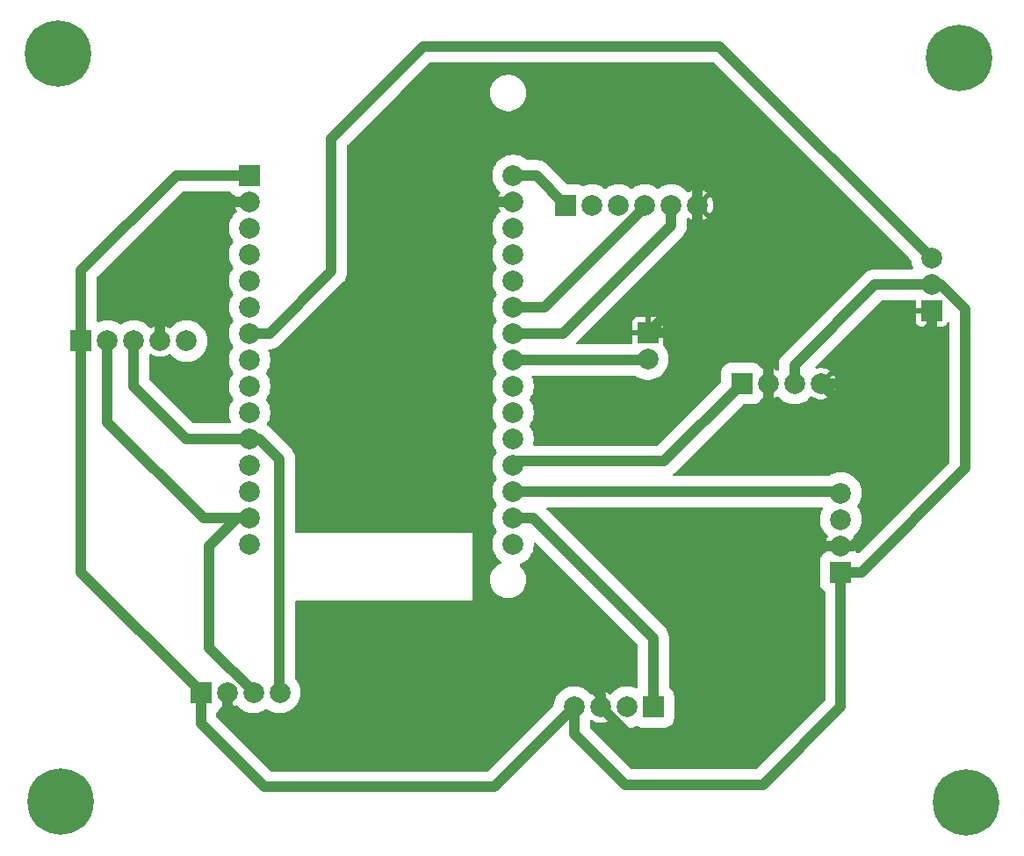
<source format=gbl>
%TF.GenerationSoftware,KiCad,Pcbnew,9.0.4*%
%TF.CreationDate,2025-11-06T19:22:31+05:30*%
%TF.ProjectId,projectxxxxxxx,70726f6a-6563-4747-9878-78787878782e,rev?*%
%TF.SameCoordinates,Original*%
%TF.FileFunction,Copper,L2,Bot*%
%TF.FilePolarity,Positive*%
%FSLAX46Y46*%
G04 Gerber Fmt 4.6, Leading zero omitted, Abs format (unit mm)*
G04 Created by KiCad (PCBNEW 9.0.4) date 2025-11-06 19:22:31*
%MOMM*%
%LPD*%
G01*
G04 APERTURE LIST*
%TA.AperFunction,ComponentPad*%
%ADD10C,2.000000*%
%TD*%
%TA.AperFunction,ComponentPad*%
%ADD11R,2.000000X2.000000*%
%TD*%
%TA.AperFunction,ComponentPad*%
%ADD12C,6.400000*%
%TD*%
%TA.AperFunction,Conductor*%
%ADD13C,1.000000*%
%TD*%
G04 APERTURE END LIST*
D10*
%TO.P,buzzer1,2,Pin_2*%
%TO.N,Net-(U1-D25)*%
X116000000Y-87140000D03*
D11*
%TO.P,buzzer1,1,Pin_1*%
%TO.N,GND*%
X116000000Y-84600000D03*
%TD*%
D12*
%TO.P,REF\u002A\u002A,1*%
%TO.N,N/C*%
X59100000Y-57700000D03*
%TD*%
%TO.P,REF\u002A\u002A,1*%
%TO.N,N/C*%
X146000000Y-58100000D03*
%TD*%
D11*
%TO.P,Gas,1,Pin_1*%
%TO.N,VCC*%
X134600000Y-107680000D03*
D10*
%TO.P,Gas,2,Pin_2*%
%TO.N,GND*%
X134600000Y-105140000D03*
%TO.P,Gas,3,Pin_3*%
%TO.N,unconnected-(J1-Pin_3-Pad3)*%
X134600000Y-102600000D03*
%TO.P,Gas,4,Pin_4*%
%TO.N,Net-(J1-Pin_4)*%
X134600000Y-100060000D03*
%TD*%
D11*
%TO.P,Lightsensor1,1,Pin_1*%
%TO.N,VCC*%
X61380000Y-85400000D03*
D10*
%TO.P,Lightsensor1,2,Pin_2*%
%TO.N,Net-(Lightsensor1-Pin_2)*%
X63920000Y-85400000D03*
%TO.P,Lightsensor1,3,Pin_3*%
%TO.N,Net-(Lightsensor1-Pin_3)*%
X66460000Y-85400000D03*
%TO.P,Lightsensor1,4,Pin_4*%
%TO.N,GND*%
X69000000Y-85400000D03*
%TO.P,Lightsensor1,5,Pin_5*%
%TO.N,unconnected-(Lightsensor1-Pin_5-Pad5)*%
X71540000Y-85400000D03*
%TD*%
D11*
%TO.P,soilmoisture1,1,Pin_1*%
%TO.N,Net-(U1-VP)*%
X116540000Y-120700000D03*
D10*
%TO.P,soilmoisture1,2,Pin_2*%
%TO.N,unconnected-(soilmoisture1-Pin_2-Pad2)*%
X114000000Y-120700000D03*
%TO.P,soilmoisture1,3,Pin_3*%
%TO.N,GND*%
X111460000Y-120700000D03*
%TO.P,soilmoisture1,4,Pin_4*%
%TO.N,VCC*%
X108920000Y-120700000D03*
%TD*%
D11*
%TO.P,U1,1,3V3*%
%TO.N,VCC*%
X77615000Y-69440000D03*
D10*
%TO.P,U1,2,GND*%
%TO.N,GND*%
X77615000Y-71980000D03*
%TO.P,U1,3,D15*%
%TO.N,unconnected-(U1-D15-Pad3)*%
X77615000Y-74520000D03*
%TO.P,U1,4,D2*%
%TO.N,unconnected-(U1-D2-Pad4)*%
X77615000Y-77060000D03*
%TO.P,U1,5,D4*%
%TO.N,unconnected-(U1-D4-Pad5)*%
X77615000Y-79600000D03*
%TO.P,U1,6,RX2*%
%TO.N,unconnected-(U1-RX2-Pad6)*%
X77615000Y-82140000D03*
%TO.P,U1,7,TX2*%
%TO.N,Net-(DHT22-Pin_3)*%
X77615000Y-84680000D03*
%TO.P,U1,8,D5*%
%TO.N,unconnected-(U1-D5-Pad8)*%
X77615000Y-87220000D03*
%TO.P,U1,9,D18*%
%TO.N,unconnected-(U1-D18-Pad9)*%
X77615000Y-89760000D03*
%TO.P,U1,10,D19*%
%TO.N,unconnected-(U1-D19-Pad10)*%
X77615000Y-92300000D03*
%TO.P,U1,11,D21*%
%TO.N,Net-(Lightsensor1-Pin_3)*%
X77615000Y-94840000D03*
%TO.P,U1,12,RX0*%
%TO.N,unconnected-(U1-RX0-Pad12)*%
X77615000Y-97380000D03*
%TO.P,U1,13,TX0*%
%TO.N,unconnected-(U1-TX0-Pad13)*%
X77615000Y-99920000D03*
%TO.P,U1,14,D22*%
%TO.N,Net-(Lightsensor1-Pin_2)*%
X77615000Y-102460000D03*
%TO.P,U1,15,D23*%
%TO.N,unconnected-(U1-D23-Pad15)*%
X77615000Y-105000000D03*
%TO.P,U1,16,EN*%
%TO.N,unconnected-(U1-EN-Pad16)*%
X103015000Y-105000000D03*
%TO.P,U1,17,VP*%
%TO.N,Net-(U1-VP)*%
X103015000Y-102460000D03*
%TO.P,U1,18,VN*%
%TO.N,Net-(J1-Pin_4)*%
X103015000Y-99920000D03*
%TO.P,U1,19,D34*%
%TO.N,Net-(J2-Pin_1)*%
X103015000Y-97380000D03*
%TO.P,U1,20,D35*%
%TO.N,unconnected-(U1-D35-Pad20)*%
X103015000Y-94840000D03*
%TO.P,U1,21,D32*%
%TO.N,unconnected-(U1-D32-Pad21)*%
X103015000Y-92300000D03*
%TO.P,U1,22,D33*%
%TO.N,unconnected-(U1-D33-Pad22)*%
X103015000Y-89760000D03*
%TO.P,U1,23,D25*%
%TO.N,Net-(U1-D25)*%
X103015000Y-87220000D03*
%TO.P,U1,24,D26*%
%TO.N,Net-(Relay1-Pin_5)*%
X103015000Y-84680000D03*
%TO.P,U1,25,D27*%
%TO.N,Net-(Relay1-Pin_4)*%
X103015000Y-82140000D03*
%TO.P,U1,26,D14*%
%TO.N,unconnected-(U1-D14-Pad26)*%
X103015000Y-79600000D03*
%TO.P,U1,27,D12*%
%TO.N,unconnected-(U1-D12-Pad27)*%
X103015000Y-77060000D03*
%TO.P,U1,28,D13*%
%TO.N,unconnected-(U1-D13-Pad28)*%
X103015000Y-74520000D03*
%TO.P,U1,29,GND*%
%TO.N,GND*%
X103015000Y-71980000D03*
%TO.P,U1,30,VIN*%
%TO.N,Net-(Relay1-Pin_1)*%
X103015000Y-69440000D03*
%TD*%
D12*
%TO.P,REF\u002A\u002A,1*%
%TO.N,N/C*%
X146700000Y-129900000D03*
%TD*%
D11*
%TO.P,DHT22,1,Pin_1*%
%TO.N,GND*%
X143375000Y-82525000D03*
D10*
%TO.P,DHT22,2,Pin_2*%
%TO.N,VCC*%
X143375000Y-79985000D03*
%TO.P,DHT22,3,Pin_3*%
%TO.N,Net-(DHT22-Pin_3)*%
X143375000Y-77445000D03*
%TD*%
D11*
%TO.P,OLED1,1,Pin_1*%
%TO.N,VCC*%
X72900000Y-119300000D03*
D10*
%TO.P,OLED1,2,Pin_2*%
%TO.N,GND*%
X75440000Y-119300000D03*
%TO.P,OLED1,3,Pin_3*%
%TO.N,Net-(Lightsensor1-Pin_2)*%
X77980000Y-119300000D03*
%TO.P,OLED1,4,Pin_4*%
%TO.N,Net-(Lightsensor1-Pin_3)*%
X80520000Y-119300000D03*
%TD*%
D11*
%TO.P,waterlevel,1,Pin_1*%
%TO.N,Net-(J2-Pin_1)*%
X125060000Y-89500000D03*
D10*
%TO.P,waterlevel,2,Pin_2*%
%TO.N,GND*%
X127600000Y-89500000D03*
%TO.P,waterlevel,3,Pin_3*%
%TO.N,VCC*%
X130140000Y-89500000D03*
%TO.P,waterlevel,4,Pin_4*%
%TO.N,GND*%
X132680000Y-89500000D03*
%TD*%
D12*
%TO.P,REF\u002A\u002A,1*%
%TO.N,N/C*%
X59400000Y-129800000D03*
%TD*%
D11*
%TO.P,Relay1,1,Pin_1*%
%TO.N,Net-(Relay1-Pin_1)*%
X108100000Y-72300000D03*
D10*
%TO.P,Relay1,2,Pin_2*%
%TO.N,unconnected-(Relay1-Pin_2-Pad2)*%
X110640000Y-72300000D03*
%TO.P,Relay1,3,Pin_3*%
%TO.N,unconnected-(Relay1-Pin_3-Pad3)*%
X113180000Y-72300000D03*
%TO.P,Relay1,4,Pin_4*%
%TO.N,Net-(Relay1-Pin_4)*%
X115720000Y-72300000D03*
%TO.P,Relay1,5,Pin_5*%
%TO.N,Net-(Relay1-Pin_5)*%
X118260000Y-72300000D03*
%TO.P,Relay1,6,Pin_6*%
%TO.N,GND*%
X120800000Y-72300000D03*
%TD*%
D13*
%TO.N,GND*%
X120800000Y-70300000D02*
X120800000Y-72300000D01*
X101000000Y-65500000D02*
X116000000Y-65500000D01*
X98300000Y-70500000D02*
X98300000Y-68200000D01*
X98300000Y-68200000D02*
X101000000Y-65500000D01*
X99780000Y-71980000D02*
X98300000Y-70500000D01*
X103015000Y-71980000D02*
X99780000Y-71980000D01*
X116000000Y-65500000D02*
X120800000Y-70300000D01*
X137800000Y-89500000D02*
X143375000Y-83925000D01*
X143375000Y-83925000D02*
X143375000Y-82525000D01*
X132680000Y-89500000D02*
X137800000Y-89500000D01*
%TO.N,VCC*%
X137915000Y-79985000D02*
X143375000Y-79985000D01*
X130140000Y-87760000D02*
X137915000Y-79985000D01*
X130140000Y-89500000D02*
X130140000Y-87760000D01*
X136600000Y-107680000D02*
X134600000Y-107680000D01*
X146600000Y-97680000D02*
X136600000Y-107680000D01*
X146600000Y-82348000D02*
X146600000Y-97680000D01*
X144237000Y-79985000D02*
X146600000Y-82348000D01*
X143375000Y-79985000D02*
X144237000Y-79985000D01*
%TO.N,Net-(DHT22-Pin_3)*%
X94400000Y-57000000D02*
X122930000Y-57000000D01*
X85500000Y-65900000D02*
X94400000Y-57000000D01*
X85500000Y-78700000D02*
X85500000Y-65900000D01*
X122930000Y-57000000D02*
X143375000Y-77445000D01*
X79520000Y-84680000D02*
X85500000Y-78700000D01*
X77615000Y-84680000D02*
X79520000Y-84680000D01*
%TO.N,GND*%
X78200000Y-123400000D02*
X86400000Y-123400000D01*
X127600000Y-89500000D02*
X127600000Y-92200000D01*
X127400000Y-110000000D02*
X132260000Y-105140000D01*
X138400000Y-95220000D02*
X138400000Y-102500000D01*
X130620000Y-95220000D02*
X138400000Y-95220000D01*
X109100000Y-117200000D02*
X111460000Y-119560000D01*
X124900000Y-84600000D02*
X127600000Y-87300000D01*
X120800000Y-72300000D02*
X120800000Y-79800000D01*
X75440000Y-119300000D02*
X75500000Y-119360000D01*
X74820000Y-71980000D02*
X69000000Y-77800000D01*
X127400000Y-120100000D02*
X127400000Y-110000000D01*
X111460000Y-119560000D02*
X111460000Y-120700000D01*
X86400000Y-123400000D02*
X92600000Y-117200000D01*
X75500000Y-120700000D02*
X78200000Y-123400000D01*
X127600000Y-87300000D02*
X127600000Y-89500000D01*
X120800000Y-79800000D02*
X116000000Y-84600000D01*
X92600000Y-117200000D02*
X109100000Y-117200000D01*
X122400000Y-125100000D02*
X127400000Y-120100000D01*
X116000000Y-84600000D02*
X124900000Y-84600000D01*
X69000000Y-77800000D02*
X69000000Y-85400000D01*
X132680000Y-89500000D02*
X138400000Y-95220000D01*
X115860000Y-125100000D02*
X122400000Y-125100000D01*
X138400000Y-102500000D02*
X135760000Y-105140000D01*
X77615000Y-71980000D02*
X74820000Y-71980000D01*
X127600000Y-92200000D02*
X130620000Y-95220000D01*
X132260000Y-105140000D02*
X134600000Y-105140000D01*
X75500000Y-119360000D02*
X75500000Y-120700000D01*
X111460000Y-120700000D02*
X115860000Y-125100000D01*
X135760000Y-105140000D02*
X134600000Y-105140000D01*
%TO.N,Net-(U1-D25)*%
X115920000Y-87220000D02*
X116000000Y-87140000D01*
X103015000Y-87220000D02*
X115920000Y-87220000D01*
%TO.N,VCC*%
X108920000Y-120700000D02*
X108920000Y-123320000D01*
X79000000Y-128400000D02*
X101220000Y-128400000D01*
X72900000Y-119240000D02*
X72900000Y-119300000D01*
X72900000Y-119300000D02*
X72900000Y-122300000D01*
X77615000Y-69440000D02*
X70560000Y-69440000D01*
X113800000Y-128200000D02*
X127100000Y-128200000D01*
X61380000Y-85400000D02*
X61380000Y-107720000D01*
X101220000Y-128400000D02*
X108920000Y-120700000D01*
X61380000Y-78620000D02*
X61380000Y-85400000D01*
X72900000Y-122300000D02*
X79000000Y-128400000D01*
X61380000Y-107720000D02*
X72900000Y-119240000D01*
X134600000Y-120700000D02*
X134600000Y-107680000D01*
X127100000Y-128200000D02*
X134600000Y-120700000D01*
X70560000Y-69440000D02*
X61380000Y-78620000D01*
X108920000Y-123320000D02*
X113800000Y-128200000D01*
%TO.N,Net-(J1-Pin_4)*%
X134460000Y-99920000D02*
X134600000Y-100060000D01*
X103015000Y-99920000D02*
X134460000Y-99920000D01*
%TO.N,Net-(Lightsensor1-Pin_3)*%
X78540000Y-94840000D02*
X77615000Y-94840000D01*
X80520000Y-119300000D02*
X80520000Y-119240000D01*
X80500000Y-119220000D02*
X80500000Y-96800000D01*
X71540000Y-94840000D02*
X77615000Y-94840000D01*
X66460000Y-89760000D02*
X71540000Y-94840000D01*
X66460000Y-85400000D02*
X66460000Y-89760000D01*
X80500000Y-96800000D02*
X78540000Y-94840000D01*
X80520000Y-119240000D02*
X80500000Y-119220000D01*
%TO.N,Net-(Lightsensor1-Pin_2)*%
X73160000Y-102460000D02*
X63920000Y-93220000D01*
X73700000Y-105200000D02*
X76440000Y-102460000D01*
X77980000Y-119240000D02*
X73700000Y-114960000D01*
X77615000Y-102460000D02*
X73160000Y-102460000D01*
X63920000Y-93220000D02*
X63920000Y-85400000D01*
X77980000Y-119300000D02*
X77980000Y-119240000D01*
X76440000Y-102460000D02*
X77615000Y-102460000D01*
X73700000Y-114960000D02*
X73700000Y-105200000D01*
%TO.N,Net-(Relay1-Pin_5)*%
X103015000Y-84680000D02*
X107820000Y-84680000D01*
X107820000Y-84680000D02*
X118260000Y-74240000D01*
X118260000Y-74240000D02*
X118260000Y-72300000D01*
%TO.N,Net-(Relay1-Pin_1)*%
X103015000Y-69440000D02*
X105240000Y-69440000D01*
X105240000Y-69440000D02*
X108100000Y-72300000D01*
%TO.N,Net-(Relay1-Pin_4)*%
X106070000Y-82140000D02*
X115720000Y-72490000D01*
X103015000Y-82140000D02*
X106070000Y-82140000D01*
X115720000Y-72490000D02*
X115720000Y-72300000D01*
%TO.N,Net-(U1-VP)*%
X103015000Y-102460000D02*
X104960000Y-102460000D01*
X116540000Y-114040000D02*
X116540000Y-120700000D01*
X104960000Y-102460000D02*
X116540000Y-114040000D01*
%TO.N,Net-(J2-Pin_1)*%
X117560000Y-97000000D02*
X125060000Y-89500000D01*
X103015000Y-97380000D02*
X103395000Y-97000000D01*
X103395000Y-97000000D02*
X117560000Y-97000000D01*
%TD*%
%TA.AperFunction,Conductor*%
%TO.N,GND*%
G36*
X122324150Y-58520185D02*
G01*
X122344792Y-58536819D01*
X141343281Y-77535308D01*
X141376766Y-77596631D01*
X141378539Y-77606803D01*
X141399490Y-77765938D01*
X141408730Y-77836116D01*
X141473669Y-78078473D01*
X141476602Y-78089418D01*
X141476605Y-78089428D01*
X141569232Y-78313047D01*
X141576701Y-78382516D01*
X141545426Y-78444996D01*
X141485337Y-78480648D01*
X141454671Y-78484500D01*
X137796903Y-78484500D01*
X137563631Y-78521446D01*
X137450349Y-78558255D01*
X137422567Y-78567282D01*
X137422566Y-78567282D01*
X137339012Y-78594429D01*
X137339006Y-78594431D01*
X137128565Y-78701657D01*
X136937488Y-78840484D01*
X128995484Y-86782488D01*
X128856659Y-86973562D01*
X128856652Y-86973574D01*
X128838663Y-87008879D01*
X128838664Y-87008880D01*
X128749433Y-87184003D01*
X128676446Y-87408631D01*
X128639500Y-87641902D01*
X128639500Y-88127218D01*
X128633059Y-88149150D01*
X128631157Y-88171934D01*
X128621124Y-88189797D01*
X128619815Y-88194257D01*
X128613874Y-88202707D01*
X128598819Y-88222326D01*
X128542390Y-88263527D01*
X128472644Y-88267680D01*
X128427560Y-88247155D01*
X128386174Y-88217087D01*
X128175802Y-88109897D01*
X127951247Y-88036934D01*
X127951248Y-88036934D01*
X127718052Y-88000000D01*
X127481948Y-88000000D01*
X127248751Y-88036934D01*
X127090381Y-88088392D01*
X127020540Y-88090387D01*
X126960707Y-88054307D01*
X126942156Y-88027874D01*
X126899698Y-87946593D01*
X126875958Y-87917479D01*
X126771109Y-87788890D01*
X126613409Y-87660304D01*
X126613410Y-87660304D01*
X126613407Y-87660302D01*
X126433049Y-87566091D01*
X126433048Y-87566090D01*
X126433045Y-87566089D01*
X126310810Y-87531114D01*
X126237418Y-87510114D01*
X126237415Y-87510113D01*
X126237413Y-87510113D01*
X126171102Y-87504217D01*
X126118037Y-87499500D01*
X126118032Y-87499500D01*
X124001971Y-87499500D01*
X124001965Y-87499500D01*
X124001964Y-87499501D01*
X123990316Y-87500536D01*
X123882584Y-87510113D01*
X123686954Y-87566089D01*
X123600759Y-87611114D01*
X123506593Y-87660302D01*
X123506591Y-87660303D01*
X123506590Y-87660304D01*
X123348890Y-87788890D01*
X123220304Y-87946590D01*
X123220302Y-87946593D01*
X123173196Y-88036772D01*
X123126089Y-88126954D01*
X123070114Y-88322583D01*
X123070113Y-88322586D01*
X123069116Y-88333802D01*
X123061941Y-88414514D01*
X123059500Y-88441966D01*
X123059500Y-89327109D01*
X123039815Y-89394148D01*
X123023181Y-89414790D01*
X121483460Y-90954512D01*
X118484664Y-93953309D01*
X116974792Y-95463181D01*
X116913469Y-95496666D01*
X116887111Y-95499500D01*
X105070957Y-95499500D01*
X105003918Y-95479815D01*
X104958163Y-95427011D01*
X104948219Y-95357853D01*
X104951182Y-95343407D01*
X104954068Y-95332632D01*
X104981270Y-95231116D01*
X105015500Y-94971120D01*
X105015500Y-94708880D01*
X104981270Y-94448884D01*
X104913398Y-94195581D01*
X104913394Y-94195571D01*
X104813046Y-93953309D01*
X104813041Y-93953299D01*
X104681927Y-93726203D01*
X104681924Y-93726197D01*
X104619991Y-93645485D01*
X104594797Y-93580319D01*
X104608835Y-93511874D01*
X104619991Y-93494514D01*
X104681924Y-93413803D01*
X104813043Y-93186697D01*
X104913398Y-92944419D01*
X104981270Y-92691116D01*
X105015500Y-92431120D01*
X105015500Y-92168880D01*
X104981270Y-91908884D01*
X104913398Y-91655581D01*
X104850335Y-91503333D01*
X104813046Y-91413309D01*
X104813041Y-91413299D01*
X104746497Y-91298041D01*
X104681924Y-91186197D01*
X104619991Y-91105485D01*
X104594797Y-91040319D01*
X104608835Y-90971874D01*
X104619991Y-90954514D01*
X104681924Y-90873803D01*
X104813043Y-90646697D01*
X104913398Y-90404419D01*
X104981270Y-90151116D01*
X105015500Y-89891120D01*
X105015500Y-89628880D01*
X104981270Y-89368884D01*
X104913398Y-89115581D01*
X104820767Y-88891952D01*
X104813299Y-88822484D01*
X104844574Y-88760004D01*
X104904663Y-88724352D01*
X104935329Y-88720500D01*
X114731475Y-88720500D01*
X114798514Y-88740185D01*
X114806956Y-88746120D01*
X114886197Y-88806924D01*
X114886201Y-88806927D01*
X115113299Y-88938041D01*
X115113309Y-88938046D01*
X115345144Y-89034075D01*
X115355581Y-89038398D01*
X115608884Y-89106270D01*
X115868880Y-89140500D01*
X115868887Y-89140500D01*
X116131113Y-89140500D01*
X116131120Y-89140500D01*
X116391116Y-89106270D01*
X116644419Y-89038398D01*
X116886697Y-88938043D01*
X117113803Y-88806924D01*
X117321851Y-88647282D01*
X117321855Y-88647277D01*
X117321860Y-88647274D01*
X117507274Y-88461860D01*
X117507277Y-88461855D01*
X117507282Y-88461851D01*
X117666924Y-88253803D01*
X117798043Y-88026697D01*
X117898398Y-87784419D01*
X117966270Y-87531116D01*
X118000500Y-87271120D01*
X118000500Y-87008880D01*
X117966270Y-86748884D01*
X117898398Y-86495581D01*
X117898394Y-86495571D01*
X117798046Y-86253309D01*
X117798041Y-86253299D01*
X117666924Y-86026196D01*
X117512076Y-85824397D01*
X117486881Y-85759228D01*
X117492945Y-85715200D01*
X117491813Y-85714933D01*
X117493597Y-85707377D01*
X117499999Y-85647844D01*
X117500000Y-85647827D01*
X117500000Y-84850000D01*
X116433012Y-84850000D01*
X116465925Y-84792993D01*
X116500000Y-84665826D01*
X116500000Y-84534174D01*
X116465925Y-84407007D01*
X116433012Y-84350000D01*
X117500000Y-84350000D01*
X117500000Y-83552172D01*
X117499999Y-83552155D01*
X117493598Y-83492627D01*
X117493596Y-83492620D01*
X117443354Y-83357913D01*
X117443350Y-83357906D01*
X117357190Y-83242812D01*
X117357187Y-83242809D01*
X117242093Y-83156649D01*
X117242086Y-83156645D01*
X117107379Y-83106403D01*
X117107372Y-83106401D01*
X117047844Y-83100000D01*
X116250000Y-83100000D01*
X116250000Y-84166988D01*
X116192993Y-84134075D01*
X116065826Y-84100000D01*
X115934174Y-84100000D01*
X115807007Y-84134075D01*
X115750000Y-84166988D01*
X115750000Y-83100000D01*
X114952155Y-83100000D01*
X114892627Y-83106401D01*
X114892620Y-83106403D01*
X114757913Y-83156645D01*
X114757906Y-83156649D01*
X114642812Y-83242809D01*
X114642809Y-83242812D01*
X114556649Y-83357906D01*
X114556645Y-83357913D01*
X114506403Y-83492620D01*
X114506401Y-83492627D01*
X114500000Y-83552155D01*
X114500000Y-84350000D01*
X115566988Y-84350000D01*
X115534075Y-84407007D01*
X115500000Y-84534174D01*
X115500000Y-84665826D01*
X115534075Y-84792993D01*
X115566988Y-84850000D01*
X114500000Y-84850000D01*
X114500000Y-85595500D01*
X114480315Y-85662539D01*
X114427511Y-85708294D01*
X114376000Y-85719500D01*
X109201889Y-85719500D01*
X109134850Y-85699815D01*
X109089095Y-85647011D01*
X109079151Y-85577853D01*
X109108176Y-85514297D01*
X109114208Y-85507819D01*
X114135337Y-80486690D01*
X119404518Y-75217510D01*
X119543343Y-75026433D01*
X119650568Y-74815992D01*
X119723553Y-74591368D01*
X119755624Y-74388880D01*
X119760500Y-74358096D01*
X119760500Y-73672782D01*
X119766939Y-73650851D01*
X119768841Y-73628073D01*
X119778874Y-73610204D01*
X119780185Y-73605743D01*
X119786122Y-73597299D01*
X119792507Y-73588976D01*
X119801177Y-73577677D01*
X119857602Y-73536474D01*
X119927348Y-73532317D01*
X119972440Y-73552844D01*
X120013828Y-73582914D01*
X120224197Y-73690102D01*
X120448752Y-73763065D01*
X120448751Y-73763065D01*
X120681948Y-73800000D01*
X120918052Y-73800000D01*
X121151247Y-73763065D01*
X121375802Y-73690102D01*
X121586163Y-73582918D01*
X121586169Y-73582914D01*
X121669104Y-73522658D01*
X121669105Y-73522658D01*
X120929409Y-72782962D01*
X120992993Y-72765925D01*
X121107007Y-72700099D01*
X121200099Y-72607007D01*
X121265925Y-72492993D01*
X121282962Y-72429409D01*
X122022658Y-73169105D01*
X122022658Y-73169104D01*
X122082914Y-73086169D01*
X122082918Y-73086163D01*
X122190102Y-72875802D01*
X122263065Y-72651247D01*
X122300000Y-72418052D01*
X122300000Y-72181947D01*
X122263065Y-71948752D01*
X122190102Y-71724197D01*
X122082914Y-71513828D01*
X122022658Y-71430894D01*
X122022658Y-71430893D01*
X121282962Y-72170590D01*
X121265925Y-72107007D01*
X121200099Y-71992993D01*
X121107007Y-71899901D01*
X120992993Y-71834075D01*
X120929408Y-71817037D01*
X121669105Y-71077340D01*
X121669104Y-71077338D01*
X121586174Y-71017087D01*
X121375802Y-70909897D01*
X121151247Y-70836934D01*
X121151248Y-70836934D01*
X120918052Y-70800000D01*
X120681948Y-70800000D01*
X120448752Y-70836934D01*
X120224197Y-70909897D01*
X120013830Y-71017084D01*
X119972437Y-71047157D01*
X119906630Y-71070635D01*
X119838577Y-71054808D01*
X119801178Y-71022323D01*
X119767283Y-70978150D01*
X119767277Y-70978143D01*
X119581860Y-70792726D01*
X119581851Y-70792718D01*
X119373803Y-70633075D01*
X119146700Y-70501958D01*
X119146690Y-70501953D01*
X118904428Y-70401605D01*
X118904421Y-70401603D01*
X118904419Y-70401602D01*
X118651116Y-70333730D01*
X118593339Y-70326123D01*
X118391127Y-70299500D01*
X118391120Y-70299500D01*
X118128880Y-70299500D01*
X118128872Y-70299500D01*
X117897772Y-70329926D01*
X117868884Y-70333730D01*
X117748118Y-70366089D01*
X117615581Y-70401602D01*
X117615571Y-70401605D01*
X117373309Y-70501953D01*
X117373299Y-70501958D01*
X117146197Y-70633075D01*
X117065486Y-70695007D01*
X117000317Y-70720201D01*
X116931872Y-70706162D01*
X116914514Y-70695007D01*
X116833802Y-70633075D01*
X116606700Y-70501958D01*
X116606690Y-70501953D01*
X116364428Y-70401605D01*
X116364421Y-70401603D01*
X116364419Y-70401602D01*
X116111116Y-70333730D01*
X116053339Y-70326123D01*
X115851127Y-70299500D01*
X115851120Y-70299500D01*
X115588880Y-70299500D01*
X115588872Y-70299500D01*
X115357772Y-70329926D01*
X115328884Y-70333730D01*
X115208118Y-70366089D01*
X115075581Y-70401602D01*
X115075571Y-70401605D01*
X114833309Y-70501953D01*
X114833299Y-70501958D01*
X114606197Y-70633075D01*
X114525486Y-70695007D01*
X114460317Y-70720201D01*
X114391872Y-70706162D01*
X114374514Y-70695007D01*
X114293802Y-70633075D01*
X114066700Y-70501958D01*
X114066690Y-70501953D01*
X113824428Y-70401605D01*
X113824421Y-70401603D01*
X113824419Y-70401602D01*
X113571116Y-70333730D01*
X113513339Y-70326123D01*
X113311127Y-70299500D01*
X113311120Y-70299500D01*
X113048880Y-70299500D01*
X113048872Y-70299500D01*
X112817772Y-70329926D01*
X112788884Y-70333730D01*
X112668118Y-70366089D01*
X112535581Y-70401602D01*
X112535571Y-70401605D01*
X112293309Y-70501953D01*
X112293299Y-70501958D01*
X112066197Y-70633075D01*
X111985486Y-70695007D01*
X111920317Y-70720201D01*
X111851872Y-70706162D01*
X111834514Y-70695007D01*
X111753802Y-70633075D01*
X111526700Y-70501958D01*
X111526690Y-70501953D01*
X111284428Y-70401605D01*
X111284421Y-70401603D01*
X111284419Y-70401602D01*
X111031116Y-70333730D01*
X110973339Y-70326123D01*
X110771127Y-70299500D01*
X110771120Y-70299500D01*
X110508880Y-70299500D01*
X110508872Y-70299500D01*
X110277772Y-70329926D01*
X110248884Y-70333730D01*
X110128118Y-70366089D01*
X109995581Y-70401602D01*
X109995565Y-70401607D01*
X109789353Y-70487023D01*
X109719884Y-70494492D01*
X109663542Y-70468566D01*
X109653408Y-70460303D01*
X109653407Y-70460302D01*
X109473049Y-70366091D01*
X109473048Y-70366090D01*
X109473045Y-70366089D01*
X109355829Y-70332550D01*
X109277418Y-70310114D01*
X109277415Y-70310113D01*
X109277413Y-70310113D01*
X109204631Y-70303642D01*
X109158037Y-70299500D01*
X109158033Y-70299500D01*
X108272890Y-70299500D01*
X108205851Y-70279815D01*
X108185209Y-70263181D01*
X106217512Y-68295485D01*
X106217511Y-68295484D01*
X106217508Y-68295482D01*
X106026434Y-68156657D01*
X105815996Y-68049433D01*
X105591368Y-67976446D01*
X105358097Y-67939500D01*
X105358092Y-67939500D01*
X104387781Y-67939500D01*
X104320742Y-67919815D01*
X104312299Y-67913879D01*
X104261272Y-67874724D01*
X104128803Y-67773075D01*
X103901700Y-67641958D01*
X103901690Y-67641953D01*
X103659428Y-67541605D01*
X103659421Y-67541603D01*
X103659419Y-67541602D01*
X103406116Y-67473730D01*
X103348339Y-67466123D01*
X103146127Y-67439500D01*
X103146120Y-67439500D01*
X102883880Y-67439500D01*
X102883872Y-67439500D01*
X102652772Y-67469926D01*
X102623884Y-67473730D01*
X102503118Y-67506089D01*
X102370581Y-67541602D01*
X102370571Y-67541605D01*
X102128309Y-67641953D01*
X102128299Y-67641958D01*
X101901196Y-67773075D01*
X101693148Y-67932718D01*
X101507718Y-68118148D01*
X101348075Y-68326196D01*
X101216958Y-68553299D01*
X101216953Y-68553309D01*
X101116605Y-68795571D01*
X101116602Y-68795581D01*
X101048730Y-69048885D01*
X101014500Y-69308872D01*
X101014500Y-69571127D01*
X101041123Y-69773339D01*
X101048730Y-69831116D01*
X101116602Y-70084418D01*
X101116605Y-70084428D01*
X101216953Y-70326690D01*
X101216958Y-70326700D01*
X101348075Y-70553803D01*
X101507718Y-70761851D01*
X101507726Y-70761860D01*
X101693143Y-70947277D01*
X101693149Y-70947282D01*
X101733375Y-70978149D01*
X101737323Y-70981178D01*
X101778526Y-71037605D01*
X101782681Y-71107351D01*
X101762157Y-71152437D01*
X101732084Y-71193830D01*
X101624897Y-71404197D01*
X101551934Y-71628752D01*
X101515000Y-71861947D01*
X101515000Y-72098052D01*
X101551934Y-72331247D01*
X101624897Y-72555802D01*
X101732087Y-72766174D01*
X101762155Y-72807560D01*
X101785635Y-72873366D01*
X101769809Y-72941420D01*
X101737325Y-72978819D01*
X101693151Y-73012716D01*
X101693140Y-73012726D01*
X101507718Y-73198148D01*
X101348075Y-73406196D01*
X101216958Y-73633299D01*
X101216953Y-73633309D01*
X101116605Y-73875571D01*
X101116602Y-73875581D01*
X101056995Y-74098041D01*
X101048730Y-74128885D01*
X101014500Y-74388872D01*
X101014500Y-74651127D01*
X101036206Y-74815992D01*
X101048730Y-74911116D01*
X101079629Y-75026433D01*
X101116602Y-75164418D01*
X101116605Y-75164428D01*
X101216953Y-75406690D01*
X101216958Y-75406700D01*
X101348075Y-75633802D01*
X101410007Y-75714514D01*
X101435201Y-75779683D01*
X101421162Y-75848128D01*
X101410007Y-75865486D01*
X101348075Y-75946197D01*
X101216958Y-76173299D01*
X101216953Y-76173309D01*
X101116605Y-76415571D01*
X101116602Y-76415581D01*
X101048730Y-76668885D01*
X101014500Y-76928872D01*
X101014500Y-77191127D01*
X101030661Y-77313872D01*
X101048730Y-77451116D01*
X101116602Y-77704418D01*
X101116605Y-77704428D01*
X101216953Y-77946690D01*
X101216957Y-77946697D01*
X101348075Y-78173802D01*
X101410007Y-78254514D01*
X101435201Y-78319683D01*
X101421162Y-78388128D01*
X101410007Y-78405486D01*
X101348075Y-78486197D01*
X101216958Y-78713299D01*
X101216953Y-78713309D01*
X101116605Y-78955571D01*
X101116602Y-78955581D01*
X101048730Y-79208885D01*
X101014500Y-79468872D01*
X101014500Y-79731127D01*
X101041123Y-79933339D01*
X101048730Y-79991116D01*
X101116602Y-80244418D01*
X101116605Y-80244428D01*
X101216953Y-80486690D01*
X101216958Y-80486700D01*
X101348075Y-80713802D01*
X101410007Y-80794514D01*
X101435201Y-80859683D01*
X101421162Y-80928128D01*
X101410007Y-80945486D01*
X101348075Y-81026197D01*
X101216958Y-81253299D01*
X101216953Y-81253309D01*
X101116605Y-81495571D01*
X101116602Y-81495581D01*
X101098922Y-81561566D01*
X101048730Y-81748885D01*
X101014500Y-82008872D01*
X101014500Y-82271127D01*
X101024554Y-82347489D01*
X101048730Y-82531116D01*
X101114078Y-82775000D01*
X101116602Y-82784418D01*
X101116605Y-82784428D01*
X101216953Y-83026690D01*
X101216958Y-83026700D01*
X101348075Y-83253802D01*
X101410007Y-83334514D01*
X101435201Y-83399683D01*
X101421162Y-83468128D01*
X101410007Y-83485486D01*
X101348075Y-83566197D01*
X101216958Y-83793299D01*
X101216953Y-83793309D01*
X101116605Y-84035571D01*
X101116602Y-84035581D01*
X101049451Y-84286196D01*
X101048730Y-84288885D01*
X101014500Y-84548872D01*
X101014500Y-84811127D01*
X101039354Y-84999901D01*
X101048730Y-85071116D01*
X101101722Y-85268886D01*
X101116602Y-85324418D01*
X101116605Y-85324428D01*
X101216953Y-85566690D01*
X101216958Y-85566700D01*
X101348075Y-85793802D01*
X101410007Y-85874514D01*
X101435201Y-85939683D01*
X101421162Y-86008128D01*
X101410007Y-86025486D01*
X101348075Y-86106197D01*
X101216958Y-86333299D01*
X101216953Y-86333309D01*
X101116605Y-86575571D01*
X101116602Y-86575581D01*
X101063763Y-86772782D01*
X101048730Y-86828885D01*
X101014500Y-87088872D01*
X101014500Y-87351127D01*
X101041123Y-87553339D01*
X101048730Y-87611116D01*
X101109288Y-87837121D01*
X101116602Y-87864418D01*
X101116605Y-87864428D01*
X101216953Y-88106690D01*
X101216958Y-88106700D01*
X101348075Y-88333802D01*
X101410007Y-88414514D01*
X101435201Y-88479683D01*
X101421162Y-88548128D01*
X101410007Y-88565486D01*
X101348075Y-88646197D01*
X101216958Y-88873299D01*
X101216953Y-88873309D01*
X101116605Y-89115571D01*
X101116602Y-89115581D01*
X101048730Y-89368885D01*
X101014500Y-89628872D01*
X101014500Y-89891127D01*
X101038814Y-90075802D01*
X101048730Y-90151116D01*
X101116602Y-90404418D01*
X101116605Y-90404428D01*
X101216953Y-90646690D01*
X101216958Y-90646700D01*
X101348075Y-90873802D01*
X101410007Y-90954514D01*
X101435201Y-91019683D01*
X101421162Y-91088128D01*
X101410007Y-91105486D01*
X101348075Y-91186197D01*
X101216958Y-91413299D01*
X101216953Y-91413309D01*
X101116605Y-91655571D01*
X101116602Y-91655581D01*
X101048730Y-91908885D01*
X101014500Y-92168872D01*
X101014500Y-92431127D01*
X101029771Y-92547111D01*
X101048730Y-92691116D01*
X101116602Y-92944418D01*
X101116605Y-92944428D01*
X101216953Y-93186690D01*
X101216958Y-93186700D01*
X101348075Y-93413802D01*
X101410007Y-93494514D01*
X101435201Y-93559683D01*
X101421162Y-93628128D01*
X101410007Y-93645486D01*
X101348075Y-93726197D01*
X101216958Y-93953299D01*
X101216953Y-93953309D01*
X101116605Y-94195571D01*
X101116602Y-94195581D01*
X101048730Y-94448885D01*
X101014500Y-94708872D01*
X101014500Y-94971127D01*
X101041123Y-95173339D01*
X101048730Y-95231116D01*
X101116602Y-95484418D01*
X101116605Y-95484428D01*
X101216953Y-95726690D01*
X101216958Y-95726700D01*
X101348075Y-95953802D01*
X101410007Y-96034514D01*
X101435201Y-96099683D01*
X101421162Y-96168128D01*
X101410007Y-96185486D01*
X101348075Y-96266197D01*
X101216958Y-96493299D01*
X101216953Y-96493309D01*
X101116605Y-96735571D01*
X101116602Y-96735581D01*
X101048730Y-96988885D01*
X101014500Y-97248872D01*
X101014500Y-97511127D01*
X101041123Y-97713339D01*
X101048730Y-97771116D01*
X101055960Y-97798097D01*
X101116602Y-98024418D01*
X101116605Y-98024428D01*
X101216953Y-98266690D01*
X101216958Y-98266700D01*
X101348075Y-98493802D01*
X101410007Y-98574514D01*
X101435201Y-98639683D01*
X101421162Y-98708128D01*
X101410007Y-98725486D01*
X101348075Y-98806197D01*
X101216958Y-99033299D01*
X101216953Y-99033309D01*
X101116605Y-99275571D01*
X101116602Y-99275581D01*
X101048730Y-99528885D01*
X101014500Y-99788872D01*
X101014500Y-100051127D01*
X101041123Y-100253339D01*
X101048730Y-100311116D01*
X101086243Y-100451116D01*
X101116602Y-100564418D01*
X101116605Y-100564428D01*
X101216953Y-100806690D01*
X101216958Y-100806700D01*
X101348075Y-101033802D01*
X101410007Y-101114514D01*
X101435201Y-101179683D01*
X101421162Y-101248128D01*
X101410007Y-101265486D01*
X101348075Y-101346197D01*
X101216958Y-101573299D01*
X101216953Y-101573309D01*
X101116605Y-101815571D01*
X101116602Y-101815581D01*
X101048730Y-102068885D01*
X101014500Y-102328872D01*
X101014500Y-102591127D01*
X101041123Y-102793339D01*
X101048730Y-102851116D01*
X101086243Y-102991116D01*
X101116602Y-103104418D01*
X101116605Y-103104428D01*
X101216953Y-103346690D01*
X101216958Y-103346700D01*
X101348075Y-103573802D01*
X101410007Y-103654514D01*
X101435201Y-103719683D01*
X101421162Y-103788128D01*
X101410007Y-103805486D01*
X101348075Y-103886197D01*
X101216958Y-104113299D01*
X101216953Y-104113309D01*
X101116605Y-104355571D01*
X101116602Y-104355581D01*
X101048730Y-104608884D01*
X101046739Y-104624008D01*
X101014500Y-104868872D01*
X101014500Y-105131127D01*
X101024335Y-105205826D01*
X101048730Y-105391116D01*
X101085657Y-105528930D01*
X101116602Y-105644418D01*
X101116605Y-105644428D01*
X101216953Y-105886690D01*
X101216958Y-105886700D01*
X101348075Y-106113803D01*
X101507718Y-106321851D01*
X101507726Y-106321860D01*
X101693140Y-106507274D01*
X101693148Y-106507281D01*
X101845080Y-106623864D01*
X101886282Y-106680292D01*
X101890437Y-106750038D01*
X101856224Y-106810958D01*
X101817047Y-106836799D01*
X101769126Y-106856648D01*
X101769109Y-106856657D01*
X101570382Y-106971392D01*
X101388338Y-107111081D01*
X101226081Y-107273338D01*
X101086392Y-107455382D01*
X100971657Y-107654109D01*
X100971650Y-107654123D01*
X100883842Y-107866112D01*
X100824453Y-108087759D01*
X100824451Y-108087770D01*
X100794500Y-108315258D01*
X100794500Y-108544741D01*
X100814614Y-108697510D01*
X100824452Y-108772238D01*
X100838460Y-108824517D01*
X100883842Y-108993887D01*
X100971650Y-109205876D01*
X100971657Y-109205890D01*
X101086392Y-109404617D01*
X101226081Y-109586661D01*
X101226089Y-109586670D01*
X101388330Y-109748911D01*
X101388338Y-109748918D01*
X101570382Y-109888607D01*
X101570385Y-109888608D01*
X101570388Y-109888611D01*
X101769112Y-110003344D01*
X101769117Y-110003346D01*
X101769123Y-110003349D01*
X101860480Y-110041190D01*
X101981113Y-110091158D01*
X102202762Y-110150548D01*
X102430266Y-110180500D01*
X102430273Y-110180500D01*
X102659727Y-110180500D01*
X102659734Y-110180500D01*
X102887238Y-110150548D01*
X103108887Y-110091158D01*
X103320888Y-110003344D01*
X103519612Y-109888611D01*
X103701661Y-109748919D01*
X103701665Y-109748914D01*
X103701670Y-109748911D01*
X103863911Y-109586670D01*
X103863914Y-109586665D01*
X103863919Y-109586661D01*
X104003611Y-109404612D01*
X104118344Y-109205888D01*
X104206158Y-108993887D01*
X104265548Y-108772238D01*
X104295500Y-108544734D01*
X104295500Y-108315266D01*
X104265548Y-108087762D01*
X104206158Y-107866113D01*
X104118344Y-107654112D01*
X104003611Y-107455388D01*
X104003608Y-107455385D01*
X104003607Y-107455382D01*
X103863918Y-107273338D01*
X103863911Y-107273330D01*
X103701664Y-107111083D01*
X103694840Y-107105847D01*
X103677237Y-107092340D01*
X103636036Y-107035915D01*
X103631881Y-106966169D01*
X103666093Y-106905248D01*
X103705272Y-106879405D01*
X103901697Y-106798043D01*
X104128803Y-106666924D01*
X104336851Y-106507282D01*
X104336855Y-106507277D01*
X104336860Y-106507274D01*
X104522274Y-106321860D01*
X104522277Y-106321855D01*
X104522282Y-106321851D01*
X104681924Y-106113803D01*
X104813043Y-105886697D01*
X104913398Y-105644419D01*
X104981270Y-105391116D01*
X105015500Y-105131120D01*
X105015500Y-104936889D01*
X105035185Y-104869850D01*
X105087989Y-104824095D01*
X105157147Y-104814151D01*
X105220703Y-104843176D01*
X105227181Y-104849208D01*
X115003181Y-114625208D01*
X115036666Y-114686531D01*
X115039500Y-114712889D01*
X115039500Y-118758648D01*
X115038721Y-118761300D01*
X115039385Y-118763983D01*
X115028935Y-118794625D01*
X115019815Y-118825687D01*
X115017453Y-118828296D01*
X115016834Y-118830114D01*
X115008510Y-118838179D01*
X114992595Y-118855768D01*
X114987442Y-118859858D01*
X114986593Y-118860302D01*
X114975904Y-118869017D01*
X114975193Y-118869582D01*
X114943546Y-118882418D01*
X114912056Y-118895674D01*
X114911175Y-118895549D01*
X114910448Y-118895845D01*
X114902012Y-118894259D01*
X114850645Y-118887023D01*
X114644428Y-118801605D01*
X114644421Y-118801603D01*
X114644419Y-118801602D01*
X114391116Y-118733730D01*
X114333339Y-118726123D01*
X114131127Y-118699500D01*
X114131120Y-118699500D01*
X113868880Y-118699500D01*
X113868872Y-118699500D01*
X113637772Y-118729926D01*
X113608884Y-118733730D01*
X113505991Y-118761300D01*
X113355581Y-118801602D01*
X113355571Y-118801605D01*
X113113309Y-118901953D01*
X113113299Y-118901958D01*
X112886196Y-119033075D01*
X112678148Y-119192718D01*
X112492726Y-119378140D01*
X112492716Y-119378151D01*
X112458819Y-119422325D01*
X112402391Y-119463527D01*
X112332644Y-119467680D01*
X112287560Y-119447155D01*
X112246174Y-119417087D01*
X112035802Y-119309897D01*
X111811247Y-119236934D01*
X111811248Y-119236934D01*
X111578052Y-119200000D01*
X111341948Y-119200000D01*
X111108752Y-119236934D01*
X110884197Y-119309897D01*
X110673830Y-119417084D01*
X110632437Y-119447157D01*
X110566630Y-119470635D01*
X110498577Y-119454808D01*
X110461178Y-119422323D01*
X110427283Y-119378150D01*
X110427277Y-119378143D01*
X110241860Y-119192726D01*
X110241851Y-119192718D01*
X110033803Y-119033075D01*
X109806700Y-118901958D01*
X109806690Y-118901953D01*
X109564428Y-118801605D01*
X109564421Y-118801603D01*
X109564419Y-118801602D01*
X109311116Y-118733730D01*
X109253339Y-118726123D01*
X109051127Y-118699500D01*
X109051120Y-118699500D01*
X108788880Y-118699500D01*
X108788872Y-118699500D01*
X108557772Y-118729926D01*
X108528884Y-118733730D01*
X108425991Y-118761300D01*
X108275581Y-118801602D01*
X108275571Y-118801605D01*
X108033309Y-118901953D01*
X108033299Y-118901958D01*
X107806196Y-119033075D01*
X107598148Y-119192718D01*
X107412718Y-119378148D01*
X107253075Y-119586196D01*
X107121958Y-119813299D01*
X107121953Y-119813309D01*
X107021605Y-120055571D01*
X107021602Y-120055581D01*
X106953730Y-120308885D01*
X106923539Y-120538196D01*
X106895272Y-120602093D01*
X106888281Y-120609691D01*
X100634792Y-126863181D01*
X100573469Y-126896666D01*
X100547111Y-126899500D01*
X79672890Y-126899500D01*
X79605851Y-126879815D01*
X79585209Y-126863181D01*
X74436819Y-121714791D01*
X74403334Y-121653468D01*
X74400500Y-121627110D01*
X74400500Y-121241351D01*
X74420185Y-121174312D01*
X74449413Y-121144751D01*
X74448533Y-121143672D01*
X74611109Y-121011109D01*
X74614454Y-121007007D01*
X74739698Y-120853407D01*
X74782156Y-120772124D01*
X74830640Y-120721820D01*
X74898628Y-120705712D01*
X74930382Y-120711607D01*
X75088754Y-120763065D01*
X75321948Y-120800000D01*
X75558052Y-120800000D01*
X75791247Y-120763065D01*
X76015802Y-120690102D01*
X76226172Y-120582914D01*
X76267558Y-120552845D01*
X76333365Y-120529364D01*
X76401419Y-120545189D01*
X76438821Y-120577676D01*
X76472716Y-120621849D01*
X76472722Y-120621856D01*
X76658140Y-120807274D01*
X76658148Y-120807281D01*
X76866196Y-120966924D01*
X77093299Y-121098041D01*
X77093309Y-121098046D01*
X77335571Y-121198394D01*
X77335581Y-121198398D01*
X77588884Y-121266270D01*
X77848880Y-121300500D01*
X77848887Y-121300500D01*
X78111113Y-121300500D01*
X78111120Y-121300500D01*
X78371116Y-121266270D01*
X78624419Y-121198398D01*
X78801340Y-121125114D01*
X78866690Y-121098046D01*
X78866691Y-121098045D01*
X78866697Y-121098043D01*
X79093803Y-120966924D01*
X79174514Y-120904991D01*
X79239681Y-120879797D01*
X79308126Y-120893835D01*
X79325481Y-120904987D01*
X79406197Y-120966924D01*
X79482728Y-121011109D01*
X79633299Y-121098041D01*
X79633309Y-121098046D01*
X79875571Y-121198394D01*
X79875581Y-121198398D01*
X80128884Y-121266270D01*
X80388880Y-121300500D01*
X80388887Y-121300500D01*
X80651113Y-121300500D01*
X80651120Y-121300500D01*
X80911116Y-121266270D01*
X81164419Y-121198398D01*
X81341340Y-121125114D01*
X81406690Y-121098046D01*
X81406691Y-121098045D01*
X81406697Y-121098043D01*
X81633803Y-120966924D01*
X81841851Y-120807282D01*
X81841855Y-120807277D01*
X81841860Y-120807274D01*
X82027274Y-120621860D01*
X82027277Y-120621855D01*
X82027282Y-120621851D01*
X82186924Y-120413803D01*
X82318043Y-120186697D01*
X82418398Y-119944419D01*
X82486270Y-119691116D01*
X82520500Y-119431120D01*
X82520500Y-119168880D01*
X82486270Y-118908884D01*
X82418398Y-118655581D01*
X82418394Y-118655571D01*
X82318046Y-118413309D01*
X82318041Y-118413299D01*
X82186924Y-118186196D01*
X82026125Y-117976641D01*
X82000930Y-117911472D01*
X82000500Y-117901154D01*
X82000500Y-110554000D01*
X82020185Y-110486961D01*
X82072989Y-110441206D01*
X82124500Y-110430000D01*
X99095000Y-110430000D01*
X99095000Y-103940000D01*
X82124500Y-103940000D01*
X82057461Y-103920315D01*
X82011706Y-103867511D01*
X82000500Y-103816000D01*
X82000500Y-96681902D01*
X81963553Y-96448631D01*
X81892699Y-96230568D01*
X81890568Y-96224008D01*
X81890566Y-96224005D01*
X81890566Y-96224003D01*
X81783342Y-96013566D01*
X81739922Y-95953803D01*
X81644518Y-95822490D01*
X79517510Y-93695483D01*
X79344799Y-93570000D01*
X79327299Y-93557285D01*
X79284634Y-93501954D01*
X79278655Y-93432341D01*
X79292796Y-93394971D01*
X79413043Y-93186697D01*
X79513398Y-92944419D01*
X79581270Y-92691116D01*
X79615500Y-92431120D01*
X79615500Y-92168880D01*
X79581270Y-91908884D01*
X79513398Y-91655581D01*
X79450335Y-91503333D01*
X79413046Y-91413309D01*
X79413041Y-91413299D01*
X79346497Y-91298041D01*
X79281924Y-91186197D01*
X79219991Y-91105485D01*
X79194797Y-91040319D01*
X79208835Y-90971874D01*
X79219991Y-90954514D01*
X79281924Y-90873803D01*
X79413043Y-90646697D01*
X79513398Y-90404419D01*
X79581270Y-90151116D01*
X79615500Y-89891120D01*
X79615500Y-89628880D01*
X79581270Y-89368884D01*
X79513398Y-89115581D01*
X79506903Y-89099901D01*
X79413046Y-88873309D01*
X79413041Y-88873299D01*
X79347630Y-88760004D01*
X79281924Y-88646197D01*
X79219991Y-88565485D01*
X79194797Y-88500319D01*
X79208835Y-88431874D01*
X79219991Y-88414514D01*
X79281924Y-88333803D01*
X79413043Y-88106697D01*
X79513398Y-87864419D01*
X79581270Y-87611116D01*
X79615500Y-87351120D01*
X79615500Y-87088880D01*
X79581270Y-86828884D01*
X79513398Y-86575581D01*
X79420767Y-86351952D01*
X79413299Y-86282484D01*
X79444574Y-86220004D01*
X79504663Y-86184352D01*
X79535329Y-86180500D01*
X79638097Y-86180500D01*
X79871368Y-86143553D01*
X80095992Y-86070568D01*
X80306434Y-85963343D01*
X80497510Y-85824517D01*
X86644517Y-79677510D01*
X86783343Y-79486434D01*
X86890568Y-79275992D01*
X86963553Y-79051369D01*
X86979973Y-78947690D01*
X87000500Y-78818097D01*
X87000500Y-66572889D01*
X87020185Y-66505850D01*
X87036819Y-66485208D01*
X92156770Y-61365258D01*
X100794500Y-61365258D01*
X100794500Y-61594741D01*
X100809311Y-61707234D01*
X100824452Y-61822238D01*
X100845767Y-61901787D01*
X100883842Y-62043887D01*
X100971650Y-62255876D01*
X100971657Y-62255890D01*
X101086392Y-62454617D01*
X101226081Y-62636661D01*
X101226089Y-62636670D01*
X101388330Y-62798911D01*
X101388338Y-62798918D01*
X101570382Y-62938607D01*
X101570385Y-62938608D01*
X101570388Y-62938611D01*
X101769112Y-63053344D01*
X101769117Y-63053346D01*
X101769123Y-63053349D01*
X101860480Y-63091190D01*
X101981113Y-63141158D01*
X102202762Y-63200548D01*
X102430266Y-63230500D01*
X102430273Y-63230500D01*
X102659727Y-63230500D01*
X102659734Y-63230500D01*
X102887238Y-63200548D01*
X103108887Y-63141158D01*
X103320888Y-63053344D01*
X103519612Y-62938611D01*
X103701661Y-62798919D01*
X103701665Y-62798914D01*
X103701670Y-62798911D01*
X103863911Y-62636670D01*
X103863914Y-62636665D01*
X103863919Y-62636661D01*
X104003611Y-62454612D01*
X104118344Y-62255888D01*
X104206158Y-62043887D01*
X104265548Y-61822238D01*
X104295500Y-61594734D01*
X104295500Y-61365266D01*
X104265548Y-61137762D01*
X104206158Y-60916113D01*
X104118344Y-60704112D01*
X104003611Y-60505388D01*
X104003608Y-60505385D01*
X104003607Y-60505382D01*
X103863918Y-60323338D01*
X103863911Y-60323330D01*
X103701670Y-60161089D01*
X103701661Y-60161081D01*
X103519617Y-60021392D01*
X103320890Y-59906657D01*
X103320876Y-59906650D01*
X103108887Y-59818842D01*
X102887238Y-59759452D01*
X102849215Y-59754446D01*
X102659741Y-59729500D01*
X102659734Y-59729500D01*
X102430266Y-59729500D01*
X102430258Y-59729500D01*
X102213715Y-59758009D01*
X102202762Y-59759452D01*
X102109076Y-59784554D01*
X101981112Y-59818842D01*
X101769123Y-59906650D01*
X101769109Y-59906657D01*
X101570382Y-60021392D01*
X101388338Y-60161081D01*
X101226081Y-60323338D01*
X101086392Y-60505382D01*
X100971657Y-60704109D01*
X100971650Y-60704123D01*
X100883842Y-60916112D01*
X100824453Y-61137759D01*
X100824451Y-61137770D01*
X100794500Y-61365258D01*
X92156770Y-61365258D01*
X92248502Y-61273526D01*
X94985209Y-58536819D01*
X95046532Y-58503334D01*
X95072890Y-58500500D01*
X122257111Y-58500500D01*
X122324150Y-58520185D01*
G37*
%TD.AperFunction*%
%TA.AperFunction,Conductor*%
G36*
X132762056Y-101422210D02*
G01*
X132768018Y-101421061D01*
X132795193Y-101431940D01*
X132823271Y-101440185D01*
X132827245Y-101444772D01*
X132832883Y-101447029D01*
X132849863Y-101470874D01*
X132869026Y-101492989D01*
X132869889Y-101498996D01*
X132873412Y-101503943D01*
X132874804Y-101533179D01*
X132878970Y-101562147D01*
X132876521Y-101569219D01*
X132876737Y-101573734D01*
X132863619Y-101606499D01*
X132801962Y-101713292D01*
X132801953Y-101713309D01*
X132701605Y-101955571D01*
X132701602Y-101955581D01*
X132671243Y-102068885D01*
X132633730Y-102208885D01*
X132599500Y-102468872D01*
X132599500Y-102731127D01*
X132615298Y-102851114D01*
X132633730Y-102991116D01*
X132664092Y-103104428D01*
X132701602Y-103244418D01*
X132701605Y-103244428D01*
X132801953Y-103486690D01*
X132801958Y-103486700D01*
X132933075Y-103713803D01*
X133092718Y-103921851D01*
X133092726Y-103921860D01*
X133278143Y-104107277D01*
X133278150Y-104107283D01*
X133322323Y-104141178D01*
X133363526Y-104197605D01*
X133367681Y-104267351D01*
X133347157Y-104312437D01*
X133317084Y-104353830D01*
X133209897Y-104564197D01*
X133136934Y-104788752D01*
X133100000Y-105021947D01*
X133100000Y-105258052D01*
X133136934Y-105491248D01*
X133188391Y-105649618D01*
X133190386Y-105719460D01*
X133154305Y-105779292D01*
X133127872Y-105797844D01*
X133046595Y-105840299D01*
X132888890Y-105968890D01*
X132760304Y-106126590D01*
X132666089Y-106306954D01*
X132610114Y-106502583D01*
X132610113Y-106502586D01*
X132599500Y-106621966D01*
X132599500Y-108738028D01*
X132599501Y-108738034D01*
X132610113Y-108857415D01*
X132666089Y-109053045D01*
X132666090Y-109053048D01*
X132666091Y-109053049D01*
X132760302Y-109233407D01*
X132760304Y-109233409D01*
X132888890Y-109391109D01*
X133051467Y-109523672D01*
X133050103Y-109525344D01*
X133088869Y-109571116D01*
X133099500Y-109621351D01*
X133099500Y-120027110D01*
X133079815Y-120094149D01*
X133063181Y-120114791D01*
X126514792Y-126663181D01*
X126453469Y-126696666D01*
X126427111Y-126699500D01*
X114472889Y-126699500D01*
X114405850Y-126679815D01*
X114385208Y-126663181D01*
X110456819Y-122734792D01*
X110423334Y-122673469D01*
X110420500Y-122647111D01*
X110420500Y-122072782D01*
X110426939Y-122050851D01*
X110428841Y-122028073D01*
X110438874Y-122010204D01*
X110440185Y-122005743D01*
X110446122Y-121997299D01*
X110452507Y-121988976D01*
X110461177Y-121977677D01*
X110517602Y-121936474D01*
X110587348Y-121932317D01*
X110632440Y-121952844D01*
X110673828Y-121982914D01*
X110884197Y-122090102D01*
X111108752Y-122163065D01*
X111108751Y-122163065D01*
X111341948Y-122200000D01*
X111578052Y-122200000D01*
X111811247Y-122163065D01*
X112035802Y-122090102D01*
X112246172Y-121982914D01*
X112287558Y-121952845D01*
X112353365Y-121929364D01*
X112421419Y-121945189D01*
X112458821Y-121977676D01*
X112492716Y-122021849D01*
X112492722Y-122021856D01*
X112678140Y-122207274D01*
X112678148Y-122207281D01*
X112886196Y-122366924D01*
X113113299Y-122498041D01*
X113113309Y-122498046D01*
X113355571Y-122598394D01*
X113355581Y-122598398D01*
X113608884Y-122666270D01*
X113853484Y-122698473D01*
X113868864Y-122700498D01*
X113868880Y-122700500D01*
X113868887Y-122700500D01*
X114131113Y-122700500D01*
X114131120Y-122700500D01*
X114391116Y-122666270D01*
X114644419Y-122598398D01*
X114850649Y-122512974D01*
X114920114Y-122505506D01*
X114976459Y-122531435D01*
X114986593Y-122539698D01*
X115166951Y-122633909D01*
X115362582Y-122689886D01*
X115481963Y-122700500D01*
X117598036Y-122700499D01*
X117717418Y-122689886D01*
X117913049Y-122633909D01*
X118093407Y-122539698D01*
X118251109Y-122411109D01*
X118379698Y-122253407D01*
X118473909Y-122073049D01*
X118529886Y-121877418D01*
X118540500Y-121758037D01*
X118540499Y-119641964D01*
X118529886Y-119522582D01*
X118473909Y-119326951D01*
X118379698Y-119146593D01*
X118327684Y-119082803D01*
X118251109Y-118988890D01*
X118088533Y-118856328D01*
X118089892Y-118854660D01*
X118051117Y-118808850D01*
X118040500Y-118758648D01*
X118040500Y-113921902D01*
X118003553Y-113688631D01*
X117979838Y-113615646D01*
X117930568Y-113464008D01*
X117928271Y-113459500D01*
X117823343Y-113253566D01*
X117684517Y-113062490D01*
X106254208Y-101632181D01*
X106220723Y-101570858D01*
X106225707Y-101501166D01*
X106267579Y-101445233D01*
X106333043Y-101420816D01*
X106341889Y-101420500D01*
X132756232Y-101420500D01*
X132762056Y-101422210D01*
G37*
%TD.AperFunction*%
%TA.AperFunction,Conductor*%
G36*
X141818039Y-81505185D02*
G01*
X141863794Y-81557989D01*
X141875000Y-81609500D01*
X141875000Y-82275000D01*
X142941988Y-82275000D01*
X142909075Y-82332007D01*
X142875000Y-82459174D01*
X142875000Y-82590826D01*
X142909075Y-82717993D01*
X142941988Y-82775000D01*
X141875000Y-82775000D01*
X141875000Y-83572844D01*
X141881401Y-83632372D01*
X141881403Y-83632379D01*
X141931645Y-83767086D01*
X141931649Y-83767093D01*
X142017809Y-83882187D01*
X142017812Y-83882190D01*
X142132906Y-83968350D01*
X142132913Y-83968354D01*
X142267620Y-84018596D01*
X142267627Y-84018598D01*
X142327155Y-84024999D01*
X142327172Y-84025000D01*
X143125000Y-84025000D01*
X143125000Y-82958012D01*
X143182007Y-82990925D01*
X143309174Y-83025000D01*
X143440826Y-83025000D01*
X143567993Y-82990925D01*
X143625000Y-82958012D01*
X143625000Y-84025000D01*
X144422828Y-84025000D01*
X144422844Y-84024999D01*
X144482372Y-84018598D01*
X144482379Y-84018596D01*
X144617086Y-83968354D01*
X144617093Y-83968350D01*
X144732187Y-83882190D01*
X144732190Y-83882187D01*
X144818350Y-83767093D01*
X144818354Y-83767086D01*
X144859318Y-83657257D01*
X144901189Y-83601323D01*
X144966653Y-83576906D01*
X145034926Y-83591758D01*
X145084332Y-83641163D01*
X145099500Y-83700590D01*
X145099500Y-97007109D01*
X145079815Y-97074148D01*
X145063181Y-97094790D01*
X136323107Y-105834863D01*
X136261784Y-105868348D01*
X136192092Y-105863364D01*
X136174878Y-105855395D01*
X136165442Y-105850115D01*
X136153407Y-105840302D01*
X136070558Y-105797025D01*
X136068990Y-105796148D01*
X136045724Y-105772396D01*
X136021819Y-105749356D01*
X136021392Y-105747556D01*
X136020098Y-105746235D01*
X136013371Y-105713699D01*
X136005712Y-105681369D01*
X136006173Y-105678883D01*
X136005952Y-105677812D01*
X136006764Y-105675701D01*
X136011607Y-105649616D01*
X136063065Y-105491245D01*
X136100000Y-105258052D01*
X136100000Y-105021947D01*
X136063065Y-104788752D01*
X135990102Y-104564197D01*
X135882914Y-104353828D01*
X135852844Y-104312440D01*
X135829364Y-104246633D01*
X135845189Y-104178579D01*
X135877674Y-104141180D01*
X135921851Y-104107282D01*
X136012495Y-104016638D01*
X136107274Y-103921860D01*
X136107277Y-103921855D01*
X136107282Y-103921851D01*
X136266924Y-103713803D01*
X136398043Y-103486697D01*
X136498398Y-103244419D01*
X136566270Y-102991116D01*
X136600500Y-102731120D01*
X136600500Y-102468880D01*
X136566270Y-102208884D01*
X136498398Y-101955581D01*
X136440404Y-101815571D01*
X136398046Y-101713309D01*
X136398041Y-101713299D01*
X136315803Y-101570858D01*
X136266924Y-101486197D01*
X136204991Y-101405485D01*
X136179797Y-101340319D01*
X136193835Y-101271874D01*
X136204987Y-101254518D01*
X136266924Y-101173803D01*
X136398043Y-100946697D01*
X136498398Y-100704419D01*
X136566270Y-100451116D01*
X136600500Y-100191120D01*
X136600500Y-99928880D01*
X136566270Y-99668884D01*
X136498398Y-99415581D01*
X136440404Y-99275571D01*
X136398046Y-99173309D01*
X136398041Y-99173299D01*
X136266924Y-98946196D01*
X136107281Y-98738148D01*
X136107274Y-98738140D01*
X135921860Y-98552726D01*
X135921851Y-98552718D01*
X135713803Y-98393075D01*
X135486700Y-98261958D01*
X135486690Y-98261953D01*
X135244428Y-98161605D01*
X135244421Y-98161603D01*
X135244419Y-98161602D01*
X134991116Y-98093730D01*
X134933339Y-98086123D01*
X134731127Y-98059500D01*
X134731120Y-98059500D01*
X134468880Y-98059500D01*
X134468872Y-98059500D01*
X134237772Y-98089926D01*
X134208884Y-98093730D01*
X133955581Y-98161602D01*
X133955571Y-98161605D01*
X133713309Y-98261953D01*
X133713299Y-98261958D01*
X133486198Y-98393074D01*
X133485153Y-98393877D01*
X133484784Y-98394019D01*
X133482823Y-98395330D01*
X133482529Y-98394891D01*
X133419983Y-98419070D01*
X133409668Y-98419500D01*
X118540662Y-98419500D01*
X118473623Y-98399815D01*
X118427868Y-98347011D01*
X118417924Y-98277853D01*
X118446949Y-98214297D01*
X118467776Y-98195183D01*
X118498593Y-98172791D01*
X118537510Y-98144517D01*
X125145209Y-91536818D01*
X125206532Y-91503333D01*
X125232890Y-91500499D01*
X126118028Y-91500499D01*
X126118036Y-91500499D01*
X126237418Y-91489886D01*
X126433049Y-91433909D01*
X126613407Y-91339698D01*
X126771109Y-91211109D01*
X126899698Y-91053407D01*
X126942156Y-90972124D01*
X126990640Y-90921820D01*
X127058628Y-90905712D01*
X127090382Y-90911607D01*
X127248754Y-90963065D01*
X127481948Y-91000000D01*
X127718052Y-91000000D01*
X127951247Y-90963065D01*
X128175802Y-90890102D01*
X128386172Y-90782914D01*
X128427558Y-90752845D01*
X128493365Y-90729364D01*
X128561419Y-90745189D01*
X128598821Y-90777676D01*
X128632716Y-90821849D01*
X128632722Y-90821856D01*
X128818140Y-91007274D01*
X128818148Y-91007281D01*
X128818149Y-91007282D01*
X128861203Y-91040319D01*
X129026196Y-91166924D01*
X129253299Y-91298041D01*
X129253309Y-91298046D01*
X129495571Y-91398394D01*
X129495581Y-91398398D01*
X129748884Y-91466270D01*
X129997188Y-91498960D01*
X130008864Y-91500498D01*
X130008880Y-91500500D01*
X130008887Y-91500500D01*
X130271113Y-91500500D01*
X130271120Y-91500500D01*
X130531116Y-91466270D01*
X130784419Y-91398398D01*
X131026697Y-91298043D01*
X131253803Y-91166924D01*
X131461851Y-91007282D01*
X131461855Y-91007277D01*
X131461860Y-91007274D01*
X131647277Y-90821856D01*
X131647281Y-90821852D01*
X131647282Y-90821851D01*
X131681179Y-90777675D01*
X131737604Y-90736473D01*
X131807350Y-90732318D01*
X131852440Y-90752844D01*
X131893828Y-90782914D01*
X132104197Y-90890102D01*
X132328752Y-90963065D01*
X132328751Y-90963065D01*
X132561948Y-91000000D01*
X132798052Y-91000000D01*
X133031247Y-90963065D01*
X133255802Y-90890102D01*
X133466163Y-90782918D01*
X133466169Y-90782914D01*
X133549104Y-90722658D01*
X133549105Y-90722658D01*
X132809409Y-89982962D01*
X132872993Y-89965925D01*
X132987007Y-89900099D01*
X133080099Y-89807007D01*
X133145925Y-89692993D01*
X133162962Y-89629409D01*
X133902658Y-90369105D01*
X133902658Y-90369104D01*
X133962914Y-90286169D01*
X133962918Y-90286163D01*
X134070102Y-90075802D01*
X134143065Y-89851247D01*
X134180000Y-89618052D01*
X134180000Y-89381947D01*
X134143065Y-89148752D01*
X134070102Y-88924197D01*
X133962914Y-88713828D01*
X133902658Y-88630894D01*
X133902658Y-88630893D01*
X133162962Y-89370590D01*
X133145925Y-89307007D01*
X133080099Y-89192993D01*
X132987007Y-89099901D01*
X132872993Y-89034075D01*
X132809408Y-89017037D01*
X133549105Y-88277340D01*
X133549104Y-88277338D01*
X133466174Y-88217087D01*
X133255802Y-88109897D01*
X133031247Y-88036934D01*
X133031248Y-88036934D01*
X132798052Y-88000000D01*
X132561948Y-88000000D01*
X132328751Y-88036934D01*
X132328746Y-88036935D01*
X132310899Y-88042734D01*
X132241058Y-88044727D01*
X132181226Y-88008644D01*
X132150400Y-87945942D01*
X132158367Y-87876529D01*
X132184901Y-87837124D01*
X138500208Y-81521819D01*
X138561531Y-81488334D01*
X138587889Y-81485500D01*
X141751000Y-81485500D01*
X141818039Y-81505185D01*
G37*
%TD.AperFunction*%
%TA.AperFunction,Conductor*%
G36*
X75681641Y-70942847D02*
G01*
X75689873Y-70941566D01*
X75714671Y-70952545D01*
X75740687Y-70960185D01*
X75747796Y-70967212D01*
X75753760Y-70969853D01*
X75770748Y-70989005D01*
X75771328Y-70988533D01*
X75903890Y-71151109D01*
X75956284Y-71193830D01*
X76061593Y-71279698D01*
X76142873Y-71322155D01*
X76193180Y-71370641D01*
X76209287Y-71438628D01*
X76203392Y-71470381D01*
X76151934Y-71628751D01*
X76115000Y-71861947D01*
X76115000Y-72098052D01*
X76151934Y-72331247D01*
X76224897Y-72555802D01*
X76332087Y-72766174D01*
X76362155Y-72807560D01*
X76385635Y-72873366D01*
X76369809Y-72941420D01*
X76337325Y-72978819D01*
X76293151Y-73012716D01*
X76293140Y-73012726D01*
X76107718Y-73198148D01*
X75948075Y-73406196D01*
X75816958Y-73633299D01*
X75816953Y-73633309D01*
X75716605Y-73875571D01*
X75716602Y-73875581D01*
X75656995Y-74098041D01*
X75648730Y-74128885D01*
X75614500Y-74388872D01*
X75614500Y-74651127D01*
X75636206Y-74815992D01*
X75648730Y-74911116D01*
X75679629Y-75026433D01*
X75716602Y-75164418D01*
X75716605Y-75164428D01*
X75816953Y-75406690D01*
X75816958Y-75406700D01*
X75948075Y-75633802D01*
X76010007Y-75714514D01*
X76035201Y-75779683D01*
X76021162Y-75848128D01*
X76010007Y-75865486D01*
X75948075Y-75946197D01*
X75816958Y-76173299D01*
X75816953Y-76173309D01*
X75716605Y-76415571D01*
X75716602Y-76415581D01*
X75648730Y-76668885D01*
X75614500Y-76928872D01*
X75614500Y-77191127D01*
X75630661Y-77313872D01*
X75648730Y-77451116D01*
X75716602Y-77704418D01*
X75716605Y-77704428D01*
X75816953Y-77946690D01*
X75816957Y-77946697D01*
X75948075Y-78173802D01*
X76010007Y-78254514D01*
X76035201Y-78319683D01*
X76021162Y-78388128D01*
X76010007Y-78405486D01*
X75948075Y-78486197D01*
X75816958Y-78713299D01*
X75816953Y-78713309D01*
X75716605Y-78955571D01*
X75716602Y-78955581D01*
X75648730Y-79208885D01*
X75614500Y-79468872D01*
X75614500Y-79731127D01*
X75641123Y-79933339D01*
X75648730Y-79991116D01*
X75716602Y-80244418D01*
X75716605Y-80244428D01*
X75816953Y-80486690D01*
X75816958Y-80486700D01*
X75948075Y-80713802D01*
X76010007Y-80794514D01*
X76035201Y-80859683D01*
X76021162Y-80928128D01*
X76010007Y-80945486D01*
X75948075Y-81026197D01*
X75816958Y-81253299D01*
X75816953Y-81253309D01*
X75716605Y-81495571D01*
X75716602Y-81495581D01*
X75698922Y-81561566D01*
X75648730Y-81748885D01*
X75614500Y-82008872D01*
X75614500Y-82271127D01*
X75624554Y-82347489D01*
X75648730Y-82531116D01*
X75714078Y-82775000D01*
X75716602Y-82784418D01*
X75716605Y-82784428D01*
X75816953Y-83026690D01*
X75816958Y-83026700D01*
X75948075Y-83253802D01*
X76010007Y-83334514D01*
X76035201Y-83399683D01*
X76021162Y-83468128D01*
X76010007Y-83485486D01*
X75948075Y-83566197D01*
X75816958Y-83793299D01*
X75816953Y-83793309D01*
X75716605Y-84035571D01*
X75716602Y-84035581D01*
X75649451Y-84286196D01*
X75648730Y-84288885D01*
X75614500Y-84548872D01*
X75614500Y-84811127D01*
X75639354Y-84999901D01*
X75648730Y-85071116D01*
X75701722Y-85268886D01*
X75716602Y-85324418D01*
X75716605Y-85324428D01*
X75816953Y-85566690D01*
X75816958Y-85566700D01*
X75948075Y-85793802D01*
X76010007Y-85874514D01*
X76035201Y-85939683D01*
X76021162Y-86008128D01*
X76010007Y-86025486D01*
X75948075Y-86106197D01*
X75816958Y-86333299D01*
X75816953Y-86333309D01*
X75716605Y-86575571D01*
X75716602Y-86575581D01*
X75663763Y-86772782D01*
X75648730Y-86828885D01*
X75614500Y-87088872D01*
X75614500Y-87351127D01*
X75641123Y-87553339D01*
X75648730Y-87611116D01*
X75709288Y-87837121D01*
X75716602Y-87864418D01*
X75716605Y-87864428D01*
X75816953Y-88106690D01*
X75816958Y-88106700D01*
X75948075Y-88333802D01*
X76010007Y-88414514D01*
X76035201Y-88479683D01*
X76021162Y-88548128D01*
X76010007Y-88565486D01*
X75948075Y-88646197D01*
X75816958Y-88873299D01*
X75816953Y-88873309D01*
X75716605Y-89115571D01*
X75716602Y-89115581D01*
X75648730Y-89368885D01*
X75614500Y-89628872D01*
X75614500Y-89891127D01*
X75638814Y-90075802D01*
X75648730Y-90151116D01*
X75716602Y-90404418D01*
X75716605Y-90404428D01*
X75816953Y-90646690D01*
X75816958Y-90646700D01*
X75948075Y-90873802D01*
X76010007Y-90954514D01*
X76035201Y-91019683D01*
X76021162Y-91088128D01*
X76010007Y-91105486D01*
X75948075Y-91186197D01*
X75816958Y-91413299D01*
X75816953Y-91413309D01*
X75716605Y-91655571D01*
X75716602Y-91655581D01*
X75648730Y-91908885D01*
X75614500Y-92168872D01*
X75614500Y-92431127D01*
X75629771Y-92547111D01*
X75648730Y-92691116D01*
X75716602Y-92944418D01*
X75716605Y-92944428D01*
X75809232Y-93168047D01*
X75816701Y-93237516D01*
X75785426Y-93299996D01*
X75725337Y-93335648D01*
X75694671Y-93339500D01*
X72212889Y-93339500D01*
X72145850Y-93319815D01*
X72125208Y-93303181D01*
X67996819Y-89174792D01*
X67963334Y-89113469D01*
X67960500Y-89087111D01*
X67960500Y-86772782D01*
X67966939Y-86750851D01*
X67968841Y-86728073D01*
X67978874Y-86710204D01*
X67980185Y-86705743D01*
X67986122Y-86697299D01*
X67992507Y-86688976D01*
X68001177Y-86677677D01*
X68057602Y-86636474D01*
X68127348Y-86632317D01*
X68172440Y-86652844D01*
X68213828Y-86682914D01*
X68424197Y-86790102D01*
X68648752Y-86863065D01*
X68648751Y-86863065D01*
X68881948Y-86900000D01*
X69118052Y-86900000D01*
X69351247Y-86863065D01*
X69575802Y-86790102D01*
X69786172Y-86682914D01*
X69827558Y-86652845D01*
X69893365Y-86629364D01*
X69961419Y-86645189D01*
X69998821Y-86677676D01*
X70032716Y-86721849D01*
X70032722Y-86721856D01*
X70218140Y-86907274D01*
X70218148Y-86907281D01*
X70426196Y-87066924D01*
X70653299Y-87198041D01*
X70653309Y-87198046D01*
X70895571Y-87298394D01*
X70895581Y-87298398D01*
X71148884Y-87366270D01*
X71408880Y-87400500D01*
X71408887Y-87400500D01*
X71671113Y-87400500D01*
X71671120Y-87400500D01*
X71931116Y-87366270D01*
X72184419Y-87298398D01*
X72426697Y-87198043D01*
X72653803Y-87066924D01*
X72861851Y-86907282D01*
X72861855Y-86907277D01*
X72861860Y-86907274D01*
X73047274Y-86721860D01*
X73047277Y-86721855D01*
X73047282Y-86721851D01*
X73206924Y-86513803D01*
X73338043Y-86286697D01*
X73438398Y-86044419D01*
X73506270Y-85791116D01*
X73540500Y-85531120D01*
X73540500Y-85268880D01*
X73506270Y-85008884D01*
X73438398Y-84755581D01*
X73352780Y-84548880D01*
X73338046Y-84513309D01*
X73338041Y-84513299D01*
X73206924Y-84286196D01*
X73064049Y-84100000D01*
X73047282Y-84078149D01*
X73047281Y-84078148D01*
X73047274Y-84078140D01*
X72861860Y-83892726D01*
X72861851Y-83892718D01*
X72653803Y-83733075D01*
X72426700Y-83601958D01*
X72426690Y-83601953D01*
X72184428Y-83501605D01*
X72184421Y-83501603D01*
X72184419Y-83501602D01*
X71931116Y-83433730D01*
X71873339Y-83426123D01*
X71671127Y-83399500D01*
X71671120Y-83399500D01*
X71408880Y-83399500D01*
X71408872Y-83399500D01*
X71177772Y-83429926D01*
X71148884Y-83433730D01*
X70929076Y-83492627D01*
X70895581Y-83501602D01*
X70895571Y-83501605D01*
X70653309Y-83601953D01*
X70653299Y-83601958D01*
X70426196Y-83733075D01*
X70218148Y-83892718D01*
X70032726Y-84078140D01*
X70032716Y-84078151D01*
X69998819Y-84122325D01*
X69942391Y-84163527D01*
X69872644Y-84167680D01*
X69827560Y-84147155D01*
X69786174Y-84117087D01*
X69575802Y-84009897D01*
X69351247Y-83936934D01*
X69351248Y-83936934D01*
X69118052Y-83900000D01*
X68881948Y-83900000D01*
X68648752Y-83936934D01*
X68424197Y-84009897D01*
X68213830Y-84117084D01*
X68172437Y-84147157D01*
X68106630Y-84170635D01*
X68038577Y-84154808D01*
X68001178Y-84122323D01*
X67967283Y-84078150D01*
X67967277Y-84078143D01*
X67781860Y-83892726D01*
X67781851Y-83892718D01*
X67573803Y-83733075D01*
X67346700Y-83601958D01*
X67346690Y-83601953D01*
X67104428Y-83501605D01*
X67104421Y-83501603D01*
X67104419Y-83501602D01*
X66851116Y-83433730D01*
X66793339Y-83426123D01*
X66591127Y-83399500D01*
X66591120Y-83399500D01*
X66328880Y-83399500D01*
X66328872Y-83399500D01*
X66097772Y-83429926D01*
X66068884Y-83433730D01*
X65849076Y-83492627D01*
X65815581Y-83501602D01*
X65815571Y-83501605D01*
X65573309Y-83601953D01*
X65573299Y-83601958D01*
X65346197Y-83733075D01*
X65265486Y-83795007D01*
X65200317Y-83820201D01*
X65131872Y-83806162D01*
X65114514Y-83795007D01*
X65033802Y-83733075D01*
X64806700Y-83601958D01*
X64806690Y-83601953D01*
X64564428Y-83501605D01*
X64564421Y-83501603D01*
X64564419Y-83501602D01*
X64311116Y-83433730D01*
X64253339Y-83426123D01*
X64051127Y-83399500D01*
X64051120Y-83399500D01*
X63788880Y-83399500D01*
X63788872Y-83399500D01*
X63557772Y-83429926D01*
X63528884Y-83433730D01*
X63309076Y-83492627D01*
X63275581Y-83501602D01*
X63275565Y-83501607D01*
X63069353Y-83587023D01*
X63056409Y-83588414D01*
X63044809Y-83594328D01*
X63022336Y-83592077D01*
X62999884Y-83594492D01*
X62986644Y-83588504D01*
X62975287Y-83587367D01*
X62946711Y-83570443D01*
X62944803Y-83569580D01*
X62944142Y-83569055D01*
X62933407Y-83560302D01*
X62932555Y-83559857D01*
X62927402Y-83555766D01*
X62910294Y-83531507D01*
X62891117Y-83508850D01*
X62889746Y-83502369D01*
X62887135Y-83498666D01*
X62886667Y-83487812D01*
X62880500Y-83458648D01*
X62880500Y-79292889D01*
X62900185Y-79225850D01*
X62916819Y-79205208D01*
X71145209Y-70976819D01*
X71206532Y-70943334D01*
X71232890Y-70940500D01*
X75673648Y-70940500D01*
X75681641Y-70942847D01*
G37*
%TD.AperFunction*%
%TD*%
M02*

</source>
